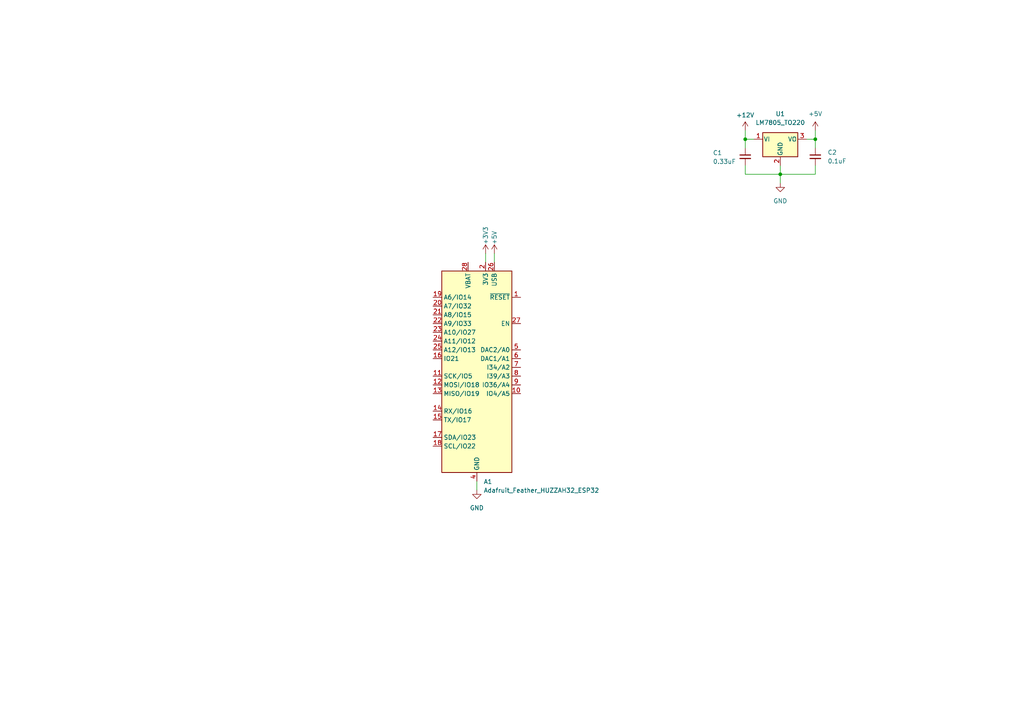
<source format=kicad_sch>
(kicad_sch (version 20230121) (generator eeschema)
  (paper "A4")
  (lib_symbols
    (symbol "Device:C_Small" (pin_numbers hide) (pin_names (offset 0.254) hide)
      (property "Reference" "C" (at 0.254 1.778 0))
      (property "Value" "C_Small" (at 0.254 -2.032 0))
      (symbol "C_Small_0_1"
        (polyline (pts (xy -1.524 -0.508) (xy 1.524 -0.508)) (stroke (width 0.3302)))
        (polyline (pts (xy -1.524 0.508) (xy 1.524 0.508)) (stroke (width 0.3048)))
      )
      (symbol "C_Small_1_1"
        (pin passive line (at 0 2.54 270) (length 2.032) (name "~") (number "1"))
        (pin passive line (at 0 -2.54 90) (length 2.032) (name "~") (number "2"))
      )
    )
    (symbol "MCU_Module:Adafruit_Feather_HUZZAH32_ESP32"
      (property "Reference" "A" (at -10.16 29.21 0))
      (property "Value" "Adafruit_Feather_HUZZAH32_ESP32" (at 2.54 -31.75 0))
      (symbol "Adafruit_Feather_HUZZAH32_ESP32_0_1"
        (rectangle (start -10.16 27.94) (end 10.16 -30.48) (stroke (width 0.254)) (fill (type background)))
      )
      (symbol "Adafruit_Feather_HUZZAH32_ESP32_1_1"
        (pin input line (at 12.7 20.32 180) (length 2.54) (name "~{RESET}") (number "1"))
        (pin bidirectional line (at 12.7 -7.62 180) (length 2.54) (name "IO4/A5") (number "10"))
        (pin bidirectional line (at -12.7 -2.54 0) (length 2.54) (name "SCK/IO5") (number "11"))
        (pin bidirectional line (at -12.7 -5.08 0) (length 2.54) (name "MOSI/IO18") (number "12"))
        (pin bidirectional line (at -12.7 -7.62 0) (length 2.54) (name "MISO/IO19") (number "13"))
        (pin bidirectional line (at -12.7 -12.7 0) (length 2.54) (name "RX/IO16") (number "14"))
        (pin bidirectional line (at -12.7 -15.24 0) (length 2.54) (name "TX/IO17") (number "15"))
        (pin bidirectional line (at -12.7 2.54 0) (length 2.54) (name "IO21") (number "16"))
        (pin bidirectional line (at -12.7 -20.32 0) (length 2.54) (name "SDA/IO23") (number "17"))
        (pin bidirectional line (at -12.7 -22.86 0) (length 2.54) (name "SCL/IO22") (number "18"))
        (pin bidirectional line (at -12.7 20.32 0) (length 2.54) (name "A6/IO14") (number "19"))
        (pin power_in line (at 2.54 30.48 270) (length 2.54) (name "3V3") (number "2"))
        (pin bidirectional line (at -12.7 17.78 0) (length 2.54) (name "A7/IO32") (number "20"))
        (pin bidirectional line (at -12.7 15.24 0) (length 2.54) (name "A8/IO15") (number "21"))
        (pin bidirectional line (at -12.7 12.7 0) (length 2.54) (name "A9/IO33") (number "22"))
        (pin bidirectional line (at -12.7 10.16 0) (length 2.54) (name "A10/IO27") (number "23"))
        (pin bidirectional line (at -12.7 7.62 0) (length 2.54) (name "A11/IO12") (number "24"))
        (pin bidirectional line (at -12.7 5.08 0) (length 2.54) (name "A12/IO13") (number "25"))
        (pin power_in line (at 5.08 30.48 270) (length 2.54) (name "USB") (number "26"))
        (pin input line (at 12.7 12.7 180) (length 2.54) (name "EN") (number "27"))
        (pin power_in line (at -2.54 30.48 270) (length 2.54) (name "VBAT") (number "28"))
        (pin no_connect line (at 10.16 10.16 180) (length 2.54) hide (name "NC") (number "3"))
        (pin power_in line (at 0 -33.02 90) (length 2.54) (name "GND") (number "4"))
        (pin bidirectional line (at 12.7 5.08 180) (length 2.54) (name "DAC2/A0") (number "5"))
        (pin bidirectional line (at 12.7 2.54 180) (length 2.54) (name "DAC1/A1") (number "6"))
        (pin bidirectional line (at 12.7 0 180) (length 2.54) (name "I34/A2") (number "7"))
        (pin bidirectional line (at 12.7 -2.54 180) (length 2.54) (name "I39/A3") (number "8"))
        (pin bidirectional line (at 12.7 -5.08 180) (length 2.54) (name "IO36/A4") (number "9"))
      )
    )
    (symbol "Regulator_Linear:LM7805_TO220" (pin_names (offset 0.254))
      (property "Reference" "U" (at -3.81 3.175 0))
      (property "Value" "LM7805_TO220" (at 0 3.175 0))
      (symbol "LM7805_TO220_0_1"
        (rectangle (start -5.08 1.905) (end 5.08 -5.08) (stroke (width 0.254)) (fill (type background)))
      )
      (symbol "LM7805_TO220_1_1"
        (pin power_in line (at -7.62 0 0) (length 2.54) (name "VI") (number "1"))
        (pin power_in line (at 0 -7.62 90) (length 2.54) (name "GND") (number "2"))
        (pin power_out line (at 7.62 0 180) (length 2.54) (name "VO") (number "3"))
      )
    )
    (symbol "power:+12V" (power) (pin_names (offset 0))
      (property "Value" "+12V" (at 0 3.556 0))
      (symbol "+12V_0_1"
        (polyline (pts (xy -0.762 1.27) (xy 0 2.54)))
        (polyline (pts (xy 0 0) (xy 0 2.54)))
        (polyline (pts (xy 0 2.54) (xy 0.762 1.27)))
      )
      (symbol "+12V_1_1"
        (pin power_in line (at 0 0 90) (length 0) hide (name "+12V") (number "1"))
      )
    )
    (symbol "power:+3V3" (power) (pin_names (offset 0))
      (property "Value" "+3V3" (at 0 3.556 0))
      (symbol "+3V3_0_1"
        (polyline (pts (xy -0.762 1.27) (xy 0 2.54)))
        (polyline (pts (xy 0 0) (xy 0 2.54)))
        (polyline (pts (xy 0 2.54) (xy 0.762 1.27)))
      )
      (symbol "+3V3_1_1"
        (pin power_in line (at 0 0 90) (length 0) hide (name "+3V3") (number "1"))
      )
    )
    (symbol "power:+5V" (power) (pin_names (offset 0))
      (property "Value" "+5V" (at 0 3.556 0))
      (symbol "+5V_0_1"
        (polyline (pts (xy -0.762 1.27) (xy 0 2.54)))
        (polyline (pts (xy 0 0) (xy 0 2.54)))
        (polyline (pts (xy 0 2.54) (xy 0.762 1.27)))
      )
      (symbol "+5V_1_1"
        (pin power_in line (at 0 0 90) (length 0) hide (name "+5V") (number "1"))
      )
    )
    (symbol "power:GND" (power) (pin_names (offset 0))
      (property "Value" "GND" (at 0 -3.81 0))
      (symbol "GND_0_1"
        (polyline (pts (xy 0 0) (xy 0 -1.27) (xy 1.27 -1.27) (xy 0 -2.54) (xy -1.27 -1.27) (xy 0 -1.27)))
      )
      (symbol "GND_1_1"
        (pin power_in line (at 0 0 270) (length 0) hide (name "GND") (number "1"))
      )
    )
  )
  (junction (at 236.474 40.386))
  (junction (at 226.314 50.546))
  (junction (at 216.154 40.386))
  (wire (pts (xy 140.843 73.533) (xy 140.843 76.073)))
  (wire (pts (xy 143.383 73.533) (xy 143.383 76.073)))
  (wire (pts (xy 236.474 50.546) (xy 236.474 48.006)))
  (wire (pts (xy 226.314 50.546) (xy 236.474 50.546)))
  (wire (pts (xy 226.314 50.546) (xy 226.314 53.086)))
  (wire (pts (xy 233.934 40.386) (xy 236.474 40.386)))
  (wire (pts (xy 226.314 48.006) (xy 226.314 50.546)))
  (wire (pts (xy 216.154 50.546) (xy 226.314 50.546)))
  (wire (pts (xy 216.154 40.386) (xy 216.154 42.926)))
  (wire (pts (xy 236.474 40.386) (xy 236.474 42.926)))
  (wire (pts (xy 138.303 139.573) (xy 138.303 142.113)))
  (wire (pts (xy 216.154 48.006) (xy 216.154 50.546)))
  (wire (pts (xy 236.474 37.846) (xy 236.474 40.386)))
  (wire (pts (xy 216.154 40.386) (xy 218.694 40.386)))
  (wire (pts (xy 216.154 37.846) (xy 216.154 40.386)))
  (symbol (lib_id "Device:C_Small") (at 216.154 45.466 0) (unit 1)
    (property "Reference" "C1" (at 206.756 44.323 0) (effects (justify left)))
    (property "Value" "0.33uF" (at 206.756 46.863 0) (effects (justify left)))
  )
  (symbol (lib_id "power:+3V3") (at 140.843 73.533 0) (unit 1)
    (property "Reference" "#PWR02" (effects hide))
    (property "Value" "+3V3" (at 140.843 68.326 90))
  )
  (symbol (lib_id "power:+5V") (at 236.474 37.846 0) (unit 1)
    (property "Reference" "#PWR04" (effects hide))
    (property "Value" "+5V" (at 236.474 33.02 0))
  )
  (symbol (lib_id "Device:C_Small") (at 236.474 45.466 0) (unit 1)
    (property "Reference" "C2" (at 240.03 44.2023 0) (effects (justify left)))
    (property "Value" "0.1uF" (at 240.03 46.7423 0) (effects (justify left)))
  )
  (symbol (lib_id "power:GND") (at 226.314 53.086 0) (unit 1)
    (property "Reference" "#PWR06" (effects hide))
    (property "Value" "GND" (at 226.314 58.293 0))
  )
  (symbol (lib_id "power:+12V") (at 216.154 37.846 0) (unit 1)
    (property "Reference" "#PWR05" (effects hide))
    (property "Value" "+12V" (at 216.154 33.401 0))
  )
  (symbol (lib_id "power:GND") (at 138.303 142.113 0) (unit 1)
    (property "Reference" "#PWR01" (effects hide))
    (property "Value" "GND" (at 138.303 147.32 0))
  )
  (symbol (lib_id "MCU_Module:Adafruit_Feather_HUZZAH32_ESP32") (at 138.303 106.553 0) (unit 1)
    (property "Reference" "A1" (at 140.2589 139.7 0) (effects (justify left)))
    (property "Value" "Adafruit_Feather_HUZZAH32_ESP32" (at 140.2589 142.24 0) (effects (justify left)))
    (property "Footprint" "Module:Adafruit_Feather" (effects hide))
    (property "Datasheet" "https://cdn-learn.adafruit.com/downloads/pdf/adafruit-huzzah32-esp32-feather.pdf" (effects hide))
  )
  (symbol (lib_id "power:+5V") (at 143.383 73.533 0) (unit 1)
    (property "Reference" "#PWR03" (effects hide))
    (property "Value" "+5V" (at 143.383 68.961 90))
  )
  (symbol (lib_id "Regulator_Linear:LM7805_TO220") (at 226.314 40.386 0) (unit 1)
    (property "Reference" "U1" (at 226.314 33.02 0))
    (property "Value" "LM7805_TO220" (at 226.314 35.56 0))
    (property "Footprint" "Package_TO_SOT_THT:TO-220-3_Vertical" (effects hide))
    (property "Datasheet" "https://www.onsemi.cn/PowerSolutions/document/MC7800-D.PDF" (effects hide))
  )
)
</source>
